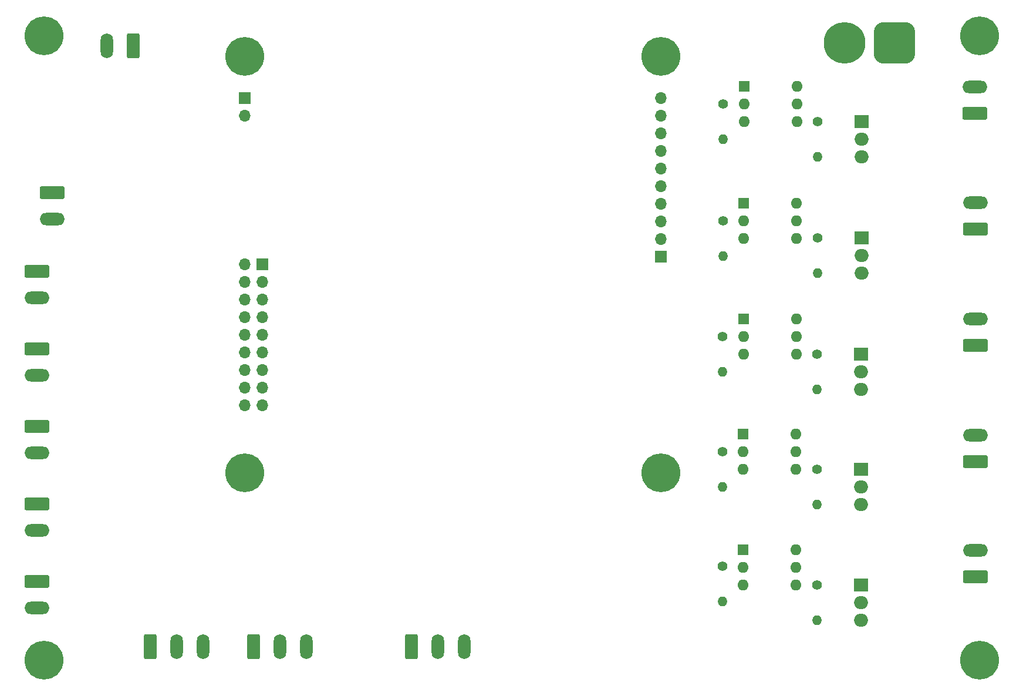
<source format=gbr>
%TF.GenerationSoftware,KiCad,Pcbnew,8.0.0-8.0.0-1~ubuntu20.04.1*%
%TF.CreationDate,2024-06-18T17:21:59-06:00*%
%TF.ProjectId,reactor,72656163-746f-4722-9e6b-696361645f70,rev?*%
%TF.SameCoordinates,Original*%
%TF.FileFunction,Soldermask,Bot*%
%TF.FilePolarity,Negative*%
%FSLAX46Y46*%
G04 Gerber Fmt 4.6, Leading zero omitted, Abs format (unit mm)*
G04 Created by KiCad (PCBNEW 8.0.0-8.0.0-1~ubuntu20.04.1) date 2024-06-18 17:21:59*
%MOMM*%
%LPD*%
G01*
G04 APERTURE LIST*
G04 Aperture macros list*
%AMRoundRect*
0 Rectangle with rounded corners*
0 $1 Rounding radius*
0 $2 $3 $4 $5 $6 $7 $8 $9 X,Y pos of 4 corners*
0 Add a 4 corners polygon primitive as box body*
4,1,4,$2,$3,$4,$5,$6,$7,$8,$9,$2,$3,0*
0 Add four circle primitives for the rounded corners*
1,1,$1+$1,$2,$3*
1,1,$1+$1,$4,$5*
1,1,$1+$1,$6,$7*
1,1,$1+$1,$8,$9*
0 Add four rect primitives between the rounded corners*
20,1,$1+$1,$2,$3,$4,$5,0*
20,1,$1+$1,$4,$5,$6,$7,0*
20,1,$1+$1,$6,$7,$8,$9,0*
20,1,$1+$1,$8,$9,$2,$3,0*%
G04 Aperture macros list end*
%ADD10R,1.600000X1.600000*%
%ADD11O,1.600000X1.600000*%
%ADD12RoundRect,0.250000X1.550000X-0.650000X1.550000X0.650000X-1.550000X0.650000X-1.550000X-0.650000X0*%
%ADD13O,3.600000X1.800000*%
%ADD14R,2.000000X1.905000*%
%ADD15O,2.000000X1.905000*%
%ADD16RoundRect,0.250000X-1.550000X0.650000X-1.550000X-0.650000X1.550000X-0.650000X1.550000X0.650000X0*%
%ADD17C,1.400000*%
%ADD18O,1.400000X1.400000*%
%ADD19C,3.600000*%
%ADD20C,5.600000*%
%ADD21R,1.700000X1.700000*%
%ADD22O,1.700000X1.700000*%
%ADD23RoundRect,0.250000X0.650000X1.550000X-0.650000X1.550000X-0.650000X-1.550000X0.650000X-1.550000X0*%
%ADD24O,1.800000X3.600000*%
%ADD25RoundRect,0.250000X-0.650000X-1.550000X0.650000X-1.550000X0.650000X1.550000X-0.650000X1.550000X0*%
%ADD26RoundRect,1.500000X1.500000X1.500000X-1.500000X1.500000X-1.500000X-1.500000X1.500000X-1.500000X0*%
%ADD27C,6.000000*%
G04 APERTURE END LIST*
D10*
%TO.C,U304*%
X205907600Y-92410900D03*
D11*
X205907600Y-94950900D03*
X205907600Y-97490900D03*
X213527600Y-97490900D03*
X213527600Y-94950900D03*
X213527600Y-92410900D03*
%TD*%
D12*
%TO.C,J301*%
X239300000Y-46160000D03*
D13*
X239300000Y-42350000D03*
%TD*%
D14*
%TO.C,Q302*%
X222983600Y-64166500D03*
D15*
X222983600Y-66706500D03*
X222983600Y-69246500D03*
%TD*%
D10*
%TO.C,U301*%
X206000000Y-42321800D03*
D11*
X206000000Y-44861800D03*
X206000000Y-47401800D03*
X213620000Y-47401800D03*
X213620000Y-44861800D03*
X213620000Y-42321800D03*
%TD*%
D16*
%TO.C,J202*%
X104000000Y-80160000D03*
D13*
X104000000Y-83970000D03*
%TD*%
D16*
%TO.C,J2*%
X106200000Y-57650000D03*
D13*
X106200000Y-61460000D03*
%TD*%
D17*
%TO.C,R304*%
X216608200Y-64166500D03*
D18*
X216608200Y-69246500D03*
%TD*%
D19*
%TO.C,H4*%
X134000000Y-98000000D03*
D20*
X134000000Y-98000000D03*
%TD*%
D21*
%TO.C,J4*%
X136540000Y-68000000D03*
D22*
X134000000Y-68000000D03*
X136540000Y-70540000D03*
X134000000Y-70540000D03*
X136540000Y-73080000D03*
X134000000Y-73080000D03*
X136540000Y-75620000D03*
X134000000Y-75620000D03*
X136540000Y-78160000D03*
X134000000Y-78160000D03*
X136540000Y-80700000D03*
X134000000Y-80700000D03*
X136540000Y-83240000D03*
X134000000Y-83240000D03*
X136540000Y-85780000D03*
X134000000Y-85780000D03*
X136540000Y-88320000D03*
X134000000Y-88320000D03*
%TD*%
D12*
%TO.C,J303*%
X239400000Y-79670000D03*
D13*
X239400000Y-75860000D03*
%TD*%
D17*
%TO.C,R306*%
X216554600Y-80901800D03*
D18*
X216554600Y-85981800D03*
%TD*%
D21*
%TO.C,J5*%
X134000000Y-44000000D03*
D22*
X134000000Y-46540000D03*
%TD*%
D19*
%TO.C,H3*%
X194000000Y-98000000D03*
D20*
X194000000Y-98000000D03*
%TD*%
D16*
%TO.C,J201*%
X104000000Y-68990000D03*
D13*
X104000000Y-72800000D03*
%TD*%
D19*
%TO.C,H6*%
X105000000Y-35000000D03*
D20*
X105000000Y-35000000D03*
%TD*%
D10*
%TO.C,U305*%
X205900000Y-109071800D03*
D11*
X205900000Y-111611800D03*
X205900000Y-114151800D03*
X213520000Y-114151800D03*
X213520000Y-111611800D03*
X213520000Y-109071800D03*
%TD*%
D21*
%TO.C,J6*%
X194000000Y-66860000D03*
D22*
X194000000Y-64320000D03*
X194000000Y-61780000D03*
X194000000Y-59240000D03*
X194000000Y-56700000D03*
X194000000Y-54160000D03*
X194000000Y-51620000D03*
X194000000Y-49080000D03*
X194000000Y-46540000D03*
X194000000Y-44000000D03*
%TD*%
D17*
%TO.C,R305*%
X202934000Y-78388600D03*
D18*
X202934000Y-83468600D03*
%TD*%
D17*
%TO.C,R310*%
X216520600Y-114149600D03*
D18*
X216520600Y-119229600D03*
%TD*%
D12*
%TO.C,J304*%
X239400000Y-96370000D03*
D13*
X239400000Y-92560000D03*
%TD*%
D16*
%TO.C,J204*%
X104000000Y-102500000D03*
D13*
X104000000Y-106310000D03*
%TD*%
D23*
%TO.C,J1*%
X117867500Y-36500000D03*
D24*
X114057500Y-36500000D03*
%TD*%
D17*
%TO.C,R303*%
X202987600Y-61660900D03*
D18*
X202987600Y-66740900D03*
%TD*%
D17*
%TO.C,R307*%
X202907600Y-94950900D03*
D18*
X202907600Y-100030900D03*
%TD*%
D14*
%TO.C,Q303*%
X222930000Y-80901800D03*
D15*
X222930000Y-83441800D03*
X222930000Y-85981800D03*
%TD*%
D19*
%TO.C,H8*%
X240000000Y-125000000D03*
D20*
X240000000Y-125000000D03*
%TD*%
D19*
%TO.C,H2*%
X134000000Y-38000000D03*
D20*
X134000000Y-38000000D03*
%TD*%
D17*
%TO.C,R301*%
X203000000Y-44861800D03*
D18*
X203000000Y-49941800D03*
%TD*%
D14*
%TO.C,Q301*%
X222945200Y-47420000D03*
D15*
X222945200Y-49960000D03*
X222945200Y-52500000D03*
%TD*%
D17*
%TO.C,R308*%
X216528200Y-97497100D03*
D18*
X216528200Y-102577100D03*
%TD*%
D25*
%TO.C,J7*%
X158070000Y-123100000D03*
D24*
X161880000Y-123100000D03*
X165690000Y-123100000D03*
%TD*%
D10*
%TO.C,U303*%
X205934000Y-75848600D03*
D11*
X205934000Y-78388600D03*
X205934000Y-80928600D03*
X213554000Y-80928600D03*
X213554000Y-78388600D03*
X213554000Y-75848600D03*
%TD*%
D14*
%TO.C,Q305*%
X222896000Y-114149600D03*
D15*
X222896000Y-116689600D03*
X222896000Y-119229600D03*
%TD*%
D19*
%TO.C,H1*%
X194000000Y-38000000D03*
D20*
X194000000Y-38000000D03*
%TD*%
D14*
%TO.C,Q304*%
X222903600Y-97497100D03*
D15*
X222903600Y-100037100D03*
X222903600Y-102577100D03*
%TD*%
D17*
%TO.C,R302*%
X216620600Y-47420000D03*
D18*
X216620600Y-52500000D03*
%TD*%
D25*
%TO.C,J206*%
X120350000Y-123050000D03*
D24*
X124160000Y-123050000D03*
X127970000Y-123050000D03*
%TD*%
D12*
%TO.C,J302*%
X239400000Y-62870000D03*
D13*
X239400000Y-59060000D03*
%TD*%
D26*
%TO.C,J3*%
X227700000Y-36000000D03*
D27*
X220500000Y-36000000D03*
%TD*%
D16*
%TO.C,J203*%
X104000000Y-91330000D03*
D13*
X104000000Y-95140000D03*
%TD*%
D10*
%TO.C,U302*%
X205987600Y-59120900D03*
D11*
X205987600Y-61660900D03*
X205987600Y-64200900D03*
X213607600Y-64200900D03*
X213607600Y-61660900D03*
X213607600Y-59120900D03*
%TD*%
D17*
%TO.C,R309*%
X202900000Y-111500000D03*
D18*
X202900000Y-116580000D03*
%TD*%
D25*
%TO.C,J207*%
X135240000Y-123120000D03*
D24*
X139050000Y-123120000D03*
X142860000Y-123120000D03*
%TD*%
D12*
%TO.C,J305*%
X239367500Y-113010000D03*
D13*
X239367500Y-109200000D03*
%TD*%
D19*
%TO.C,H5*%
X240000000Y-35000000D03*
D20*
X240000000Y-35000000D03*
%TD*%
D16*
%TO.C,J205*%
X104000000Y-113670000D03*
D13*
X104000000Y-117480000D03*
%TD*%
D19*
%TO.C,H7*%
X105000000Y-125000000D03*
D20*
X105000000Y-125000000D03*
%TD*%
M02*

</source>
